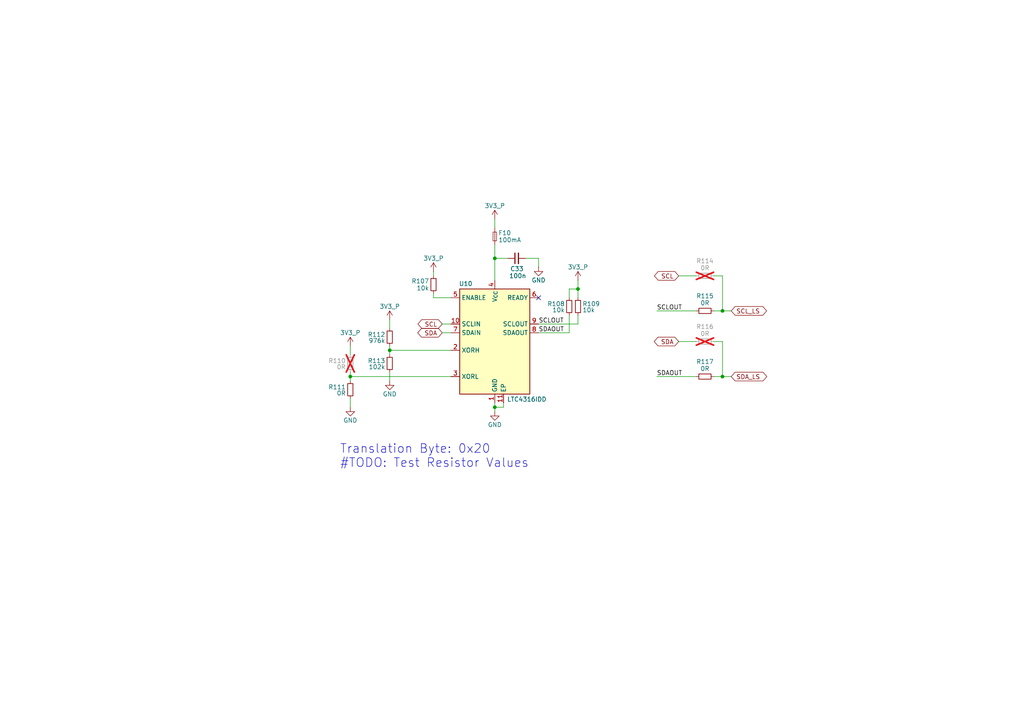
<source format=kicad_sch>
(kicad_sch (version 20250114) (generator "eeschema") (generator_version "9.0")
  (paper "A4")
  (title_block (title "Argus +Z Solar Panel") (date "2025-04-29") (rev "Rev 3.1") (company "Carnegie Mellon University") (comment 1 "N. Khera") (comment 2 "V. Kumar"))
  (lib_symbols
    (symbol "Device:C_Small" (pin_numbers (hide yes)) (pin_names (offset 0.254) (hide yes))
      (property "Reference" "C" (at 0.254 1.778 0))
      (property "Value" "C_Small" (at 0.254 -2.032 0))
      (symbol "C_Small_0_1"
        (polyline (pts (xy -1.524 0.508) (xy 1.524 0.508)) (stroke (width 0.3048)))
        (polyline (pts (xy -1.524 -0.508) (xy 1.524 -0.508)) (stroke (width 0.3302)))
      )
      (symbol "C_Small_1_1"
        (pin passive line (at 0 2.54 270) (length 2.032) (name "~") (number "1"))
        (pin passive line (at 0 -2.54 90) (length 2.032) (name "~") (number "2"))
      )
    )
    (symbol "Device:Fuse_Small" (pin_numbers (hide yes)) (pin_names (offset 0.254) (hide yes))
      (property "Reference" "F" (at 0 -1.524 0))
      (property "Value" "Fuse_Small" (at 0 1.524 0))
      (symbol "Fuse_Small_0_1"
        (rectangle (start -1.27 0.508) (end 1.27 -0.508))
        (polyline (pts (xy -1.27 0) (xy 1.27 0)))
      )
      (symbol "Fuse_Small_1_1"
        (pin passive line (at -2.54 0 0) (length 1.27) (name "~") (number "1"))
        (pin passive line (at 2.54 0 180) (length 1.27) (name "~") (number "2"))
      )
    )
    (symbol "Device:R_Small" (pin_numbers (hide yes)) (pin_names (offset 0.254) (hide yes))
      (property "Reference" "R" (at 0 0 90))
      (property "Value" "R_Small" (at 1.778 0 90))
      (symbol "R_Small_0_1"
        (rectangle (start -0.762 1.778) (end 0.762 -1.778) (stroke (width 0.2032)))
      )
      (symbol "R_Small_1_1"
        (pin passive line (at 0 2.54 270) (length 0.762) (name "~") (number "1"))
        (pin passive line (at 0 -2.54 90) (length 0.762) (name "~") (number "2"))
      )
    )
    (symbol "Interface_Expansion:LTC4316xDD"
      (property "Reference" "U" (at -8.89 16.51 0))
      (property "Value" "LTC4316xDD" (at 6.35 16.51 0))
      (symbol "LTC4316xDD_0_1"
        (rectangle (start -10.16 15.24) (end 10.16 -15.24) (stroke (width 0.254)) (fill (type background)))
      )
      (symbol "LTC4316xDD_1_1"
        (pin input line (at -12.7 12.7 0) (length 2.54) (name "ENABLE") (number "5"))
        (pin input line (at -12.7 5.08 0) (length 2.54) (name "SCLIN") (number "10"))
        (pin bidirectional line (at -12.7 2.54 0) (length 2.54) (name "SDAIN") (number "7"))
        (pin input line (at -12.7 -2.54 0) (length 2.54) (name "XORH") (number "2"))
        (pin input line (at -12.7 -10.16 0) (length 2.54) (name "XORL") (number "3"))
        (pin power_in line (at 0 17.78 270) (length 2.54) (name "V_{CC}") (number "4"))
        (pin power_in line (at 0 -17.78 90) (length 2.54) (name "GND") (number "1"))
        (pin passive line (at 2.54 -17.78 90) (length 2.54) (name "EP") (number "11"))
        (pin open_collector line (at 12.7 12.7 180) (length 2.54) (name "READY") (number "6"))
        (pin output line (at 12.7 5.08 180) (length 2.54) (name "SCLOUT") (number "9"))
        (pin bidirectional line (at 12.7 2.54 180) (length 2.54) (name "SDAOUT") (number "8"))
      )
    )
    (symbol "power:+3.3V" (power) (pin_numbers (hide yes)) (pin_names (offset 0) (hide yes))
      (property "Value" "+3.3V" (at 0 3.556 0))
      (symbol "+3.3V_0_1"
        (polyline (pts (xy -0.762 1.27) (xy 0 2.54)))
        (polyline (pts (xy 0 2.54) (xy 0.762 1.27)))
        (polyline (pts (xy 0 0) (xy 0 2.54)))
      )
      (symbol "+3.3V_1_1"
        (pin power_in line (at 0 0 90) (length 0) (name "~") (number "1"))
      )
    )
    (symbol "power:GND" (power) (pin_numbers (hide yes)) (pin_names (offset 0) (hide yes))
      (property "Value" "GND" (at 0 -3.81 0))
      (symbol "GND_0_1"
        (polyline (pts (xy 0 0) (xy 0 -1.27) (xy 1.27 -1.27) (xy 0 -2.54) (xy -1.27 -1.27) (xy 0 -1.27)))
      )
      (symbol "GND_1_1"
        (pin power_in line (at 0 0 270) (length 0) (name "~") (number "1"))
      )
    )
  )
  (text "Translation Byte: 0x20\n#TODO: Test Resistor Values" (at 98.552 132.334 0) (effects (font (size 2.54 2.54)) (justify left)))
  (junction (at 143.51 74.93))
  (junction (at 143.51 118.11))
  (junction (at 209.55 109.22))
  (junction (at 167.64 83.82))
  (junction (at 113.03 101.6))
  (junction (at 101.6 109.22))
  (junction (at 209.55 90.17))
  (no_connect (at 156.21 86.36))
  (wire (pts (xy 101.6 109.22) (xy 130.81 109.22)))
  (wire (pts (xy 209.55 109.22) (xy 207.01 109.22)))
  (wire (pts (xy 190.5 109.22) (xy 201.93 109.22)))
  (wire (pts (xy 207.01 80.01) (xy 209.55 80.01)))
  (wire (pts (xy 165.1 91.44) (xy 165.1 96.52)))
  (wire (pts (xy 209.55 99.06) (xy 209.55 109.22)))
  (wire (pts (xy 125.73 86.36) (xy 125.73 85.09)))
  (wire (pts (xy 143.51 118.11) (xy 143.51 116.84)))
  (wire (pts (xy 165.1 83.82) (xy 165.1 86.36)))
  (wire (pts (xy 101.6 102.87) (xy 101.6 100.33)))
  (wire (pts (xy 156.21 74.93) (xy 156.21 77.47)))
  (wire (pts (xy 167.64 83.82) (xy 167.64 86.36)))
  (wire (pts (xy 190.5 90.17) (xy 201.93 90.17)))
  (wire (pts (xy 128.27 96.52) (xy 130.81 96.52)))
  (wire (pts (xy 146.05 118.11) (xy 146.05 116.84)))
  (wire (pts (xy 156.21 93.98) (xy 167.64 93.98)))
  (wire (pts (xy 130.81 86.36) (xy 125.73 86.36)))
  (wire (pts (xy 101.6 109.22) (xy 101.6 110.49)))
  (wire (pts (xy 101.6 115.57) (xy 101.6 118.11)))
  (wire (pts (xy 113.03 101.6) (xy 130.81 101.6)))
  (wire (pts (xy 201.93 99.06) (xy 196.85 99.06)))
  (wire (pts (xy 212.09 109.22) (xy 209.55 109.22)))
  (wire (pts (xy 143.51 74.93) (xy 143.51 81.28)))
  (wire (pts (xy 147.32 74.93) (xy 143.51 74.93)))
  (wire (pts (xy 113.03 102.87) (xy 113.03 101.6)))
  (wire (pts (xy 201.93 80.01) (xy 196.85 80.01)))
  (wire (pts (xy 167.64 83.82) (xy 165.1 83.82)))
  (wire (pts (xy 156.21 96.52) (xy 165.1 96.52)))
  (wire (pts (xy 113.03 107.95) (xy 113.03 110.49)))
  (wire (pts (xy 167.64 91.44) (xy 167.64 93.98)))
  (wire (pts (xy 152.4 74.93) (xy 156.21 74.93)))
  (wire (pts (xy 143.51 63.5) (xy 143.51 66.04)))
  (wire (pts (xy 209.55 80.01) (xy 209.55 90.17)))
  (wire (pts (xy 207.01 99.06) (xy 209.55 99.06)))
  (wire (pts (xy 125.73 80.01) (xy 125.73 78.74)))
  (wire (pts (xy 113.03 92.71) (xy 113.03 95.25)))
  (wire (pts (xy 167.64 81.28) (xy 167.64 83.82)))
  (wire (pts (xy 143.51 71.12) (xy 143.51 74.93)))
  (wire (pts (xy 128.27 93.98) (xy 130.81 93.98)))
  (wire (pts (xy 113.03 101.6) (xy 113.03 100.33)))
  (wire (pts (xy 143.51 118.11) (xy 143.51 119.38)))
  (wire (pts (xy 101.6 109.22) (xy 101.6 107.95)))
  (wire (pts (xy 212.09 90.17) (xy 209.55 90.17)))
  (wire (pts (xy 209.55 90.17) (xy 207.01 90.17)))
  (wire (pts (xy 143.51 118.11) (xy 146.05 118.11)))
  (label "SCLOUT" (at 190.5 90.17 0))
  (label "SDAOUT" (at 156.21 96.52 0))
  (label "SCLOUT" (at 156.21 93.98 0))
  (label "SDAOUT" (at 190.5 109.22 0))
  (global_label "SCL" (shape bidirectional) (at 128.27 93.98 180) (property "Intersheetrefs" "${INTERSHEET_REFS}" (effects (hide yes))))
  (global_label "SDA_LS" (shape bidirectional) (at 212.09 109.22 0) (property "Intersheetrefs" "${INTERSHEET_REFS}" (effects (hide yes))))
  (global_label "SDA" (shape bidirectional) (at 196.85 99.06 180) (property "Intersheetrefs" "${INTERSHEET_REFS}" (effects (hide yes))))
  (global_label "SDA" (shape bidirectional) (at 128.27 96.52 180) (property "Intersheetrefs" "${INTERSHEET_REFS}" (effects (hide yes))))
  (global_label "SCL_LS" (shape bidirectional) (at 212.09 90.17 0) (property "Intersheetrefs" "${INTERSHEET_REFS}" (effects (hide yes))))
  (global_label "SCL" (shape bidirectional) (at 196.85 80.01 180) (property "Intersheetrefs" "${INTERSHEET_REFS}" (effects (hide yes))))
  (symbol (lib_id "Device:R_Small") (at 165.1 88.9 0) (mirror x) (unit 1)
    (property "Reference" "R108" (at 163.83 88.138 0) (effects (justify right)))
    (property "Value" "10k" (at 163.83 89.916 0) (effects (justify right)))
    (property "Footprint" "Resistor_SMD:R_0603_1608Metric" (effects (hide yes)))
    (property "Description" "Resistor, small symbol" (effects (hide yes)))
    (property "MPN" "C2479067" (effects (hide yes)))
  )
  (symbol (lib_id "power:+3.3V") (at 101.6 100.33 0) (mirror y) (unit 1)
    (property "Reference" "#SUPPLY013" (effects (hide yes)))
    (property "Value" "3V3_P" (at 101.6 96.52 0))
    (property "Description" "Power symbol creates a global label with name \"+3.3V\"" (effects (hide yes)))
  )
  (symbol (lib_id "power:+3.3V") (at 125.73 78.74 0) (mirror y) (unit 1)
    (property "Reference" "#SUPPLY011" (effects (hide yes)))
    (property "Value" "3V3_P" (at 125.73 74.93 0))
    (property "Description" "Power symbol creates a global label with name \"+3.3V\"" (effects (hide yes)))
  )
  (symbol (lib_id "power:+3.3V") (at 113.03 92.71 0) (mirror y) (unit 1)
    (property "Reference" "#SUPPLY014" (effects (hide yes)))
    (property "Value" "3V3_P" (at 113.03 88.9 0))
    (property "Description" "Power symbol creates a global label with name \"+3.3V\"" (effects (hide yes)))
  )
  (symbol (lib_id "Device:R_Small") (at 101.6 113.03 0) (mirror x) (unit 1)
    (property "Reference" "R111" (at 100.33 112.268 0) (effects (justify right)))
    (property "Value" "0R" (at 100.33 114.046 0) (effects (justify right)))
    (property "Footprint" "Resistor_SMD:R_0603_1608Metric" (effects (hide yes)))
    (property "Description" "Resistor, small symbol" (effects (hide yes)))
    (property "MPN" "C844915" (effects (hide yes)))
  )
  (symbol (lib_id "power:GND") (at 143.51 119.38 0) (unit 1)
    (property "Reference" "#PWR073" (effects (hide yes)))
    (property "Value" "GND" (at 143.51 123.19 0))
    (property "Description" "Power symbol creates a global label with name \"GND\" , ground" (effects (hide yes)))
  )
  (symbol (lib_id "Device:R_Small") (at 113.03 105.41 0) (mirror x) (unit 1)
    (property "Reference" "R113" (at 111.76 104.648 0) (effects (justify right)))
    (property "Value" "102k" (at 111.76 106.426 0) (effects (justify right)))
    (property "Footprint" "Resistor_SMD:R_0603_1608Metric" (effects (hide yes)))
    (property "Description" "Resistor, small symbol" (effects (hide yes)))
  )
  (symbol (lib_id "Device:R_Small") (at 125.73 82.55 0) (mirror x) (unit 1)
    (property "Reference" "R107" (at 124.46 81.534 0) (effects (justify right)))
    (property "Value" "10k" (at 124.46 83.566 0) (effects (justify right)))
    (property "Footprint" "Resistor_SMD:R_0603_1608Metric" (effects (hide yes)))
    (property "Description" "Resistor, small symbol" (effects (hide yes)))
    (property "MPN" "C2479067" (effects (hide yes)))
  )
  (symbol (lib_id "Device:R_Small") (at 204.47 109.22 270) (unit 1)
    (property "Reference" "R117" (at 204.47 104.902 90))
    (property "Value" "0R" (at 204.47 106.934 90))
    (property "Footprint" "Resistor_SMD:R_0603_1608Metric" (effects (hide yes)))
    (property "Description" "Resistor, small symbol" (effects (hide yes)))
    (property "MPN" "C844915" (effects (hide yes)))
  )
  (symbol (lib_id "power:GND") (at 101.6 118.11 0) (mirror y) (unit 1)
    (property "Reference" "#PWR068" (effects (hide yes)))
    (property "Value" "GND" (at 101.6 121.92 0))
    (property "Description" "Power symbol creates a global label with name \"GND\" , ground" (effects (hide yes)))
  )
  (symbol (lib_id "Device:Fuse_Small") (at 143.51 68.58 270) (unit 1)
    (property "Reference" "F10" (at 144.526 67.564 90) (effects (justify left)))
    (property "Value" "100mA" (at 144.526 69.596 90) (effects (justify left)))
    (property "Footprint" "Fuse:Fuse_0603_1608Metric" (effects (hide yes)))
    (property "Description" "Fuse, small symbol" (effects (hide yes)))
  )
  (symbol (lib_id "power:GND") (at 156.21 77.47 0) (unit 1)
    (property "Reference" "#PWR074" (effects (hide yes)))
    (property "Value" "GND" (at 156.21 81.28 0))
    (property "Description" "Power symbol creates a global label with name \"GND\" , ground" (effects (hide yes)))
  )
  (symbol (lib_id "Device:R_Small") (at 204.47 80.01 270) (unit 1) (in_bom no) (dnp yes)
    (property "Reference" "R114" (at 204.47 75.692 90))
    (property "Value" "0R" (at 204.47 77.724 90))
    (property "Footprint" "Resistor_SMD:R_0603_1608Metric" (effects (hide yes)))
    (property "Description" "Resistor, small symbol" (effects (hide yes)))
    (property "DNI" "DNI" (effects (hide yes)))
  )
  (symbol (lib_id "Interface_Expansion:LTC4316xDD") (at 143.51 99.06 0) (unit 1)
    (property "Reference" "U10" (at 133.096 82.296 0) (effects (justify left)))
    (property "Value" "LTC4316IDD" (at 147.066 115.824 0) (effects (justify left)))
    (property "Footprint" "Package_DFN_QFN:DFN-10-1EP_3x3mm_P0.5mm_EP1.65x2.38mm" (effects (hide yes)))
    (property "Datasheet" "https://www.analog.com/media/en/technical-documentation/data-sheets/4316fa.pdf" (effects (hide yes)))
    (property "Description" "Single I2C/SMBus Address-Translator, DFN-10" (effects (hide yes)))
    (property "MPN" "C688147" (effects (hide yes)))
  )
  (symbol (lib_id "power:GND") (at 113.03 110.49 0) (mirror y) (unit 1)
    (property "Reference" "#PWR070" (effects (hide yes)))
    (property "Value" "GND" (at 113.03 114.3 0))
    (property "Description" "Power symbol creates a global label with name \"GND\" , ground" (effects (hide yes)))
  )
  (symbol (lib_id "Device:R_Small") (at 113.03 97.79 0) (mirror x) (unit 1)
    (property "Reference" "R112" (at 111.76 97.028 0) (effects (justify right)))
    (property "Value" "976k" (at 111.76 98.806 0) (effects (justify right)))
    (property "Footprint" "Resistor_SMD:R_0603_1608Metric" (effects (hide yes)))
    (property "Description" "Resistor, small symbol" (effects (hide yes)))
  )
  (symbol (lib_id "Device:R_Small") (at 204.47 99.06 270) (unit 1) (in_bom no) (dnp yes)
    (property "Reference" "R116" (at 204.47 94.742 90))
    (property "Value" "0R" (at 204.47 96.774 90))
    (property "Footprint" "Resistor_SMD:R_0603_1608Metric" (effects (hide yes)))
    (property "Description" "Resistor, small symbol" (effects (hide yes)))
    (property "DNI" "DNI" (effects (hide yes)))
  )
  (symbol (lib_id "power:+3.3V") (at 143.51 63.5 0) (mirror y) (unit 1)
    (property "Reference" "#SUPPLY010" (effects (hide yes)))
    (property "Value" "3V3_P" (at 143.51 59.69 0))
    (property "Description" "Power symbol creates a global label with name \"+3.3V\"" (effects (hide yes)))
  )
  (symbol (lib_id "power:+3.3V") (at 167.64 81.28 0) (mirror y) (unit 1)
    (property "Reference" "#SUPPLY012" (effects (hide yes)))
    (property "Value" "3V3_P" (at 167.64 77.47 0))
    (property "Description" "Power symbol creates a global label with name \"+3.3V\"" (effects (hide yes)))
  )
  (symbol (lib_id "Device:R_Small") (at 167.64 88.9 180) (unit 1)
    (property "Reference" "R109" (at 168.91 88.138 0) (effects (justify right)))
    (property "Value" "10k" (at 168.91 89.916 0) (effects (justify right)))
    (property "Footprint" "Resistor_SMD:R_0603_1608Metric" (effects (hide yes)))
    (property "Description" "Resistor, small symbol" (effects (hide yes)))
    (property "MPN" "C2479067" (effects (hide yes)))
  )
  (symbol (lib_id "Device:R_Small") (at 204.47 90.17 270) (unit 1)
    (property "Reference" "R115" (at 204.47 85.852 90))
    (property "Value" "0R" (at 204.47 87.884 90))
    (property "Footprint" "Resistor_SMD:R_0603_1608Metric" (effects (hide yes)))
    (property "Description" "Resistor, small symbol" (effects (hide yes)))
    (property "MPN" "C844915" (effects (hide yes)))
  )
  (symbol (lib_id "Device:R_Small") (at 101.6 105.41 0) (mirror x) (unit 1) (in_bom no) (dnp yes)
    (property "Reference" "R110" (at 100.33 104.648 0) (effects (justify right)))
    (property "Value" "0R" (at 100.33 106.426 0) (effects (justify right)))
    (property "Footprint" "Resistor_SMD:R_0603_1608Metric" (effects (hide yes)))
    (property "Description" "Resistor, small symbol" (effects (hide yes)))
    (property "DNI" "DNI" (effects (hide yes)))
  )
  (symbol (lib_id "Device:C_Small") (at 149.86 74.93 90) (unit 1)
    (property "Reference" "C33" (at 151.892 77.978 90) (effects (justify left)))
    (property "Value" "100n" (at 152.654 80.01 90) (effects (justify left)))
    (property "Footprint" "Capacitor_SMD:C_0603_1608Metric" (effects (hide yes)))
    (property "Description" "Unpolarized capacitor, small symbol" (effects (hide yes)))
    (property "MPN" "C307348" (effects (hide yes)))
  )
)
</source>
